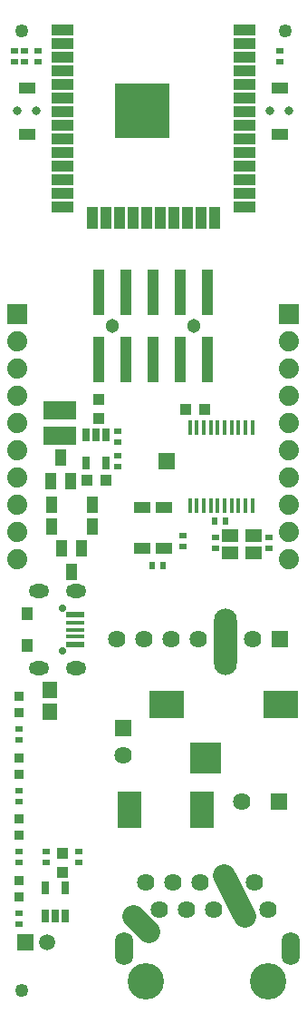
<source format=gbr>
G04 #@! TF.GenerationSoftware,KiCad,Pcbnew,5.99.0-unknown-d20d310~100~ubuntu18.04.1*
G04 #@! TF.CreationDate,2019-12-17T13:26:06+02:00*
G04 #@! TF.ProjectId,ESP32-PoE-ISO_Rev_D,45535033-322d-4506-9f45-2d49534f5f52,D*
G04 #@! TF.SameCoordinates,Original*
G04 #@! TF.FileFunction,Soldermask,Top*
G04 #@! TF.FilePolarity,Negative*
%FSLAX46Y46*%
G04 Gerber Fmt 4.6, Leading zero omitted, Abs format (unit mm)*
G04 Created by KiCad (PCBNEW 5.99.0-unknown-d20d310~100~ubuntu18.04.1) date 2019-12-17 13:26:06*
%MOMM*%
%LPD*%
G04 APERTURE LIST*
%ADD10R,2.101600X1.001600*%
%ADD11R,1.001600X2.101600*%
%ADD12R,5.101600X5.101600*%
%ADD13C,2.101600*%
%ADD14R,1.601600X1.001600*%
%ADD15C,0.801600*%
%ADD16C,3.401601*%
%ADD17O,1.701600X3.101599*%
%ADD18C,1.625600*%
%ADD19R,3.101600X1.701600*%
%ADD20R,1.625600X1.625600*%
%ADD21R,1.501600X1.501600*%
%ADD22C,1.501600*%
%ADD23R,2.901599X2.901599*%
%ADD24R,1.501600X1.301600*%
%ADD25R,2.301600X3.501600*%
%ADD26R,1.501600X1.101600*%
%ADD27C,2.133600*%
%ADD28R,1.101600X1.501600*%
%ADD29R,0.651600X0.601600*%
%ADD30R,0.651600X1.301600*%
%ADD31R,1.371600X1.625600*%
%ADD32R,0.901600X0.901600*%
%ADD33R,0.601600X0.651600*%
%ADD34C,1.879600*%
%ADD35R,1.879600X1.879600*%
%ADD36R,1.117600X1.117600*%
%ADD37R,0.426600X1.371600*%
%ADD38C,1.254000*%
%ADD39R,1.524000X1.524000*%
%ADD40R,3.301600X2.601600*%
%ADD41O,2.133600X6.197600*%
%ADD42C,1.301600*%
%ADD43R,1.101600X4.351600*%
%ADD44R,1.751600X0.601600*%
%ADD45R,1.751600X0.426600*%
%ADD46C,0.701600*%
%ADD47R,1.101600X1.201600*%
%ADD48O,1.901600X1.301600*%
G04 APERTURE END LIST*
D10*
X95640000Y-96725000D03*
X95640000Y-97995000D03*
X95640000Y-99265000D03*
X95640000Y-100535000D03*
X95640000Y-101805000D03*
X95640000Y-103075000D03*
X95640000Y-104345000D03*
X95640000Y-105615000D03*
X95640000Y-106885000D03*
X95640000Y-108155000D03*
X95640000Y-109425000D03*
X95640000Y-110695000D03*
X95640000Y-111965000D03*
X95640000Y-113235000D03*
D11*
X98440000Y-114235000D03*
X99710000Y-114235000D03*
X100980000Y-114235000D03*
X102250000Y-114235000D03*
X103520000Y-114235000D03*
X104790000Y-114235000D03*
X106060000Y-114235000D03*
X107330000Y-114235000D03*
X108600000Y-114235000D03*
X109870000Y-114235000D03*
D10*
X112640000Y-113235000D03*
X112640000Y-111965000D03*
X112640000Y-110695000D03*
X112640000Y-109425000D03*
X112640000Y-108155000D03*
X112640000Y-106885000D03*
X112640000Y-105615000D03*
X112640000Y-104345000D03*
X112640000Y-103075000D03*
X112640000Y-101805000D03*
X112640000Y-100535000D03*
X112640000Y-99265000D03*
X112640000Y-97995000D03*
X112640000Y-96725000D03*
D12*
X103140000Y-104235000D03*
D13*
X103140000Y-104235000D03*
D14*
X115959000Y-106444000D03*
X115959000Y-102090000D03*
D15*
X115059000Y-104267000D03*
X116859000Y-104267000D03*
D14*
X92321000Y-106444000D03*
X92321000Y-102090000D03*
D15*
X91421000Y-104267000D03*
X93221000Y-104267000D03*
D16*
X114915000Y-185443000D03*
X103485000Y-185443000D03*
D17*
X117000000Y-182393000D03*
X101400000Y-182393000D03*
D18*
X114915000Y-178793000D03*
X113645000Y-176253000D03*
X109835000Y-178793000D03*
X108565000Y-176253000D03*
X107295000Y-178793000D03*
X106025000Y-176253000D03*
X104755000Y-178793000D03*
X103485000Y-176253000D03*
D19*
X95377000Y-132150000D03*
X95377000Y-134550000D03*
D18*
X113411000Y-153543000D03*
D20*
X115951000Y-153543000D03*
D18*
X108331000Y-153543000D03*
X105791000Y-153543000D03*
X100711000Y-153543000D03*
X103251000Y-153543000D03*
D21*
X92209620Y-181759860D03*
D22*
X94221300Y-181757320D03*
D23*
X109077000Y-164592000D03*
D24*
X111338000Y-143853000D03*
X113538000Y-145453000D03*
X113538000Y-143853000D03*
X111338000Y-145453000D03*
D25*
X108683000Y-169418000D03*
X101883000Y-169418000D03*
D18*
X112423000Y-168656000D03*
D20*
X115923000Y-168656000D03*
D18*
X101346000Y-164318000D03*
D20*
X101346000Y-161818000D03*
D26*
X105156000Y-145029000D03*
X105156000Y-141229000D03*
X103124000Y-145029000D03*
X103124000Y-141229000D03*
D27*
X102253180Y-179380280D02*
X103690020Y-180817120D01*
D28*
X94620000Y-140970000D03*
X98420000Y-140970000D03*
X98420000Y-143002000D03*
X94620000Y-143002000D03*
D29*
X92075000Y-99695000D03*
X92075000Y-98679000D03*
X91186000Y-98679000D03*
X91186000Y-99695000D03*
X94107000Y-173355000D03*
X94107000Y-174371000D03*
D30*
X94046000Y-179354000D03*
X94996000Y-179354000D03*
X95946000Y-179354000D03*
X94046000Y-176754000D03*
X95946000Y-176754000D03*
D31*
X94488000Y-158242000D03*
X94488000Y-160274000D03*
D32*
X91567000Y-164592000D03*
X91567000Y-166116000D03*
X91567000Y-160401000D03*
X91567000Y-158877000D03*
D29*
X97155000Y-173355000D03*
X97155000Y-174371000D03*
X100838000Y-137414000D03*
X100838000Y-136398000D03*
X100838000Y-134112000D03*
X100838000Y-135128000D03*
X91567000Y-174371000D03*
X91567000Y-173355000D03*
X91567000Y-162941000D03*
X91567000Y-161925000D03*
X91567000Y-168656000D03*
X91567000Y-167640000D03*
X91567000Y-180086000D03*
X91567000Y-179070000D03*
D33*
X104013000Y-146685000D03*
X105029000Y-146685000D03*
X110871000Y-142494000D03*
X109855000Y-142494000D03*
D34*
X116840000Y-146080000D03*
X116840000Y-143540000D03*
X116840000Y-138460000D03*
X116840000Y-141000000D03*
X116840000Y-135920000D03*
X116840000Y-133380000D03*
D35*
X116840000Y-123220000D03*
D34*
X116840000Y-125760000D03*
X116840000Y-128300000D03*
X116840000Y-130840000D03*
X91440000Y-130840000D03*
X91440000Y-128300000D03*
X91440000Y-125760000D03*
D35*
X91440000Y-123220000D03*
D34*
X91440000Y-133380000D03*
X91440000Y-135920000D03*
X91440000Y-141000000D03*
X91440000Y-138460000D03*
X91440000Y-143540000D03*
X91440000Y-146080000D03*
D36*
X99695000Y-138684000D03*
X97917000Y-138684000D03*
X95631000Y-173482000D03*
X95631000Y-175260000D03*
D30*
X99756000Y-134463000D03*
X98806000Y-134463000D03*
X97856000Y-134463000D03*
X99756000Y-137063000D03*
X97856000Y-137063000D03*
D37*
X107565000Y-141033500D03*
X108215000Y-141033500D03*
X108865000Y-141033500D03*
X109515000Y-141033500D03*
X110165000Y-141033500D03*
X110815000Y-141033500D03*
X111465000Y-141033500D03*
X112115000Y-141033500D03*
X112765000Y-141033500D03*
X113415000Y-141033500D03*
X113415000Y-133794500D03*
X112765000Y-133794500D03*
X112115000Y-133794500D03*
X111465000Y-133794500D03*
X110815000Y-133794500D03*
X110165000Y-133794500D03*
X109515000Y-133794500D03*
X108865000Y-133794500D03*
X108215000Y-133794500D03*
X107565000Y-133794500D03*
D38*
X91821000Y-186309000D03*
X116459000Y-96774000D03*
X91821000Y-96774000D03*
D32*
X91567000Y-171831000D03*
X91567000Y-170307000D03*
D36*
X99060000Y-132969000D03*
X99060000Y-131191000D03*
D32*
X91567000Y-177546000D03*
X91567000Y-176022000D03*
D36*
X107188000Y-132080000D03*
X108966000Y-132080000D03*
D28*
X94554040Y-138775440D03*
X96456500Y-138775440D03*
X95501460Y-136565640D03*
X97469960Y-145069560D03*
X95567500Y-145069560D03*
X96522540Y-147279360D03*
D29*
X115951000Y-98679000D03*
X115951000Y-99695000D03*
X114935000Y-145034000D03*
X114935000Y-144018000D03*
D39*
X105410000Y-136906000D03*
D29*
X109982000Y-144018000D03*
X109982000Y-145034000D03*
X93345000Y-99695000D03*
X93345000Y-98679000D03*
D40*
X116094000Y-159639000D03*
X105394000Y-159639000D03*
D29*
X106934000Y-144907000D03*
X106934000Y-143891000D03*
D41*
X110871000Y-153733500D03*
D27*
X110716335Y-175495317D02*
X112676665Y-179342683D01*
D42*
X107950000Y-124333000D03*
D43*
X99060000Y-127458000D03*
X99060000Y-121208000D03*
X101600000Y-127458000D03*
X101600000Y-121208000D03*
X104140000Y-127458000D03*
X104140000Y-121208000D03*
X106680000Y-127458000D03*
X106680000Y-121208000D03*
X109220000Y-127458000D03*
X109220000Y-121208000D03*
D42*
X100330000Y-124333000D03*
D44*
X96876000Y-151266500D03*
D45*
X96876000Y-152004000D03*
X96876000Y-152654000D03*
X96876000Y-153304000D03*
D44*
X96876000Y-154041500D03*
D46*
X95626000Y-150654000D03*
X95626000Y-154654000D03*
D47*
X92326000Y-151154000D03*
X92326000Y-154154000D03*
D48*
X93476000Y-149054000D03*
X96946000Y-149054000D03*
X96946000Y-156254000D03*
X93476000Y-156254000D03*
M02*

</source>
